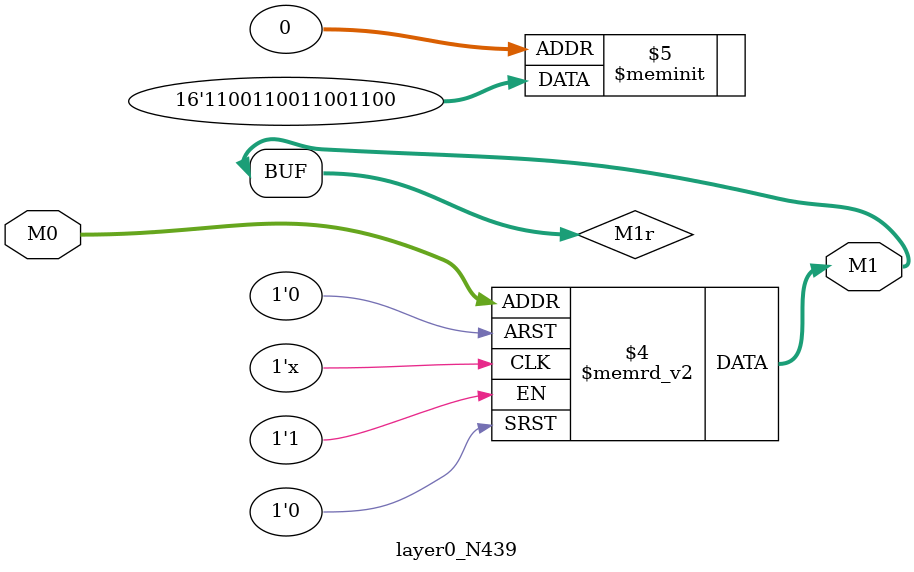
<source format=v>
module layer0_N439 ( input [2:0] M0, output [1:0] M1 );

	(*rom_style = "distributed" *) reg [1:0] M1r;
	assign M1 = M1r;
	always @ (M0) begin
		case (M0)
			3'b000: M1r = 2'b00;
			3'b100: M1r = 2'b00;
			3'b010: M1r = 2'b00;
			3'b110: M1r = 2'b00;
			3'b001: M1r = 2'b11;
			3'b101: M1r = 2'b11;
			3'b011: M1r = 2'b11;
			3'b111: M1r = 2'b11;

		endcase
	end
endmodule

</source>
